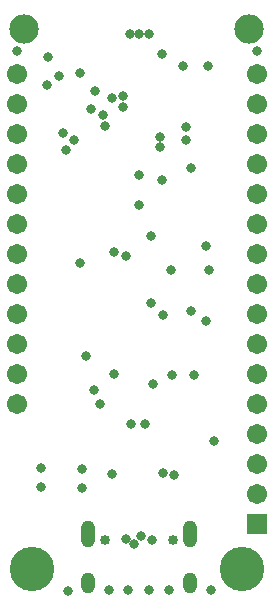
<source format=gbr>
%TF.GenerationSoftware,Altium Limited,Altium Designer,20.0.10 (225)*%
G04 Layer_Color=16711935*
%FSLAX26Y26*%
%MOIN*%
%TF.FileFunction,Soldermask,Bot*%
%TF.Part,Single*%
G01*
G75*
%TA.AperFunction,ComponentPad*%
%ADD53O,0.047370X0.070992*%
%ADD54O,0.047370X0.090677*%
%ADD55C,0.033591*%
%ADD56C,0.098000*%
%ADD57C,0.148000*%
%ADD58R,0.067370X0.067370*%
%ADD59C,0.067370*%
%TA.AperFunction,ViaPad*%
%ADD60C,0.031622*%
D53*
X835827Y246063D02*
D03*
X495669D02*
D03*
D54*
X835827Y410630D02*
D03*
X495669D02*
D03*
D55*
X779528Y389764D02*
D03*
X551968D02*
D03*
D56*
X1031756Y2095173D02*
D03*
X281756D02*
D03*
D57*
X306756Y295173D02*
D03*
X1006756D02*
D03*
D58*
X1056756Y445173D02*
D03*
D59*
Y545173D02*
D03*
Y645173D02*
D03*
Y745173D02*
D03*
Y845173D02*
D03*
Y945173D02*
D03*
Y1045173D02*
D03*
Y1145173D02*
D03*
Y1245173D02*
D03*
Y1345173D02*
D03*
Y1445173D02*
D03*
Y1545173D02*
D03*
Y1645173D02*
D03*
Y1745173D02*
D03*
Y1845173D02*
D03*
Y1945173D02*
D03*
X256756Y845173D02*
D03*
Y945173D02*
D03*
Y1045173D02*
D03*
Y1145173D02*
D03*
Y1245173D02*
D03*
Y1345173D02*
D03*
Y1445173D02*
D03*
Y1545173D02*
D03*
Y1645173D02*
D03*
Y1745173D02*
D03*
Y1845173D02*
D03*
Y1945173D02*
D03*
D60*
X649464Y375841D02*
D03*
X468491Y1948509D02*
D03*
X356496Y1908080D02*
D03*
X396851Y1937930D02*
D03*
X635000Y2077000D02*
D03*
X698408Y2077043D02*
D03*
X740705Y2011811D02*
D03*
X549987Y1768987D02*
D03*
X545685Y1807105D02*
D03*
X612953Y1869094D02*
D03*
X612952Y1835266D02*
D03*
X505899Y1828656D02*
D03*
X518701Y1886811D02*
D03*
X412599Y1745465D02*
D03*
X665355Y2076581D02*
D03*
X706504Y391961D02*
D03*
X621751Y393382D02*
D03*
X673000Y404000D02*
D03*
X516217Y891994D02*
D03*
X448819Y1724409D02*
D03*
X574207Y1864925D02*
D03*
X821662Y1724409D02*
D03*
X466541Y1313858D02*
D03*
X906056Y222737D02*
D03*
X427355Y221318D02*
D03*
X763442Y222737D02*
D03*
X697264D02*
D03*
X627058D02*
D03*
X563717D02*
D03*
X709832Y909216D02*
D03*
X488437Y1003940D02*
D03*
X703035Y1181259D02*
D03*
X914367Y722009D02*
D03*
X474877Y563201D02*
D03*
X475180Y627974D02*
D03*
X574803Y610587D02*
D03*
X781308Y605381D02*
D03*
X846890Y939967D02*
D03*
X773619D02*
D03*
X745705Y1140862D02*
D03*
X887893Y1121505D02*
D03*
X619729Y1338214D02*
D03*
X705168Y1404321D02*
D03*
X582677Y945173D02*
D03*
X534839Y844075D02*
D03*
X362598Y2000000D02*
D03*
X684451Y776971D02*
D03*
X637795D02*
D03*
X745811Y613838D02*
D03*
X582677Y1350173D02*
D03*
X665204Y1507429D02*
D03*
X740705Y1591088D02*
D03*
X837902Y1153662D02*
D03*
X899588Y1288846D02*
D03*
X337520Y565886D02*
D03*
Y629823D02*
D03*
X664134Y1606299D02*
D03*
X735792Y1701929D02*
D03*
X772329Y1291585D02*
D03*
X888977Y1369710D02*
D03*
X837902Y1631299D02*
D03*
X735792Y1732760D02*
D03*
X256756Y2021654D02*
D03*
X1056756Y2019685D02*
D03*
X895420Y1970473D02*
D03*
X821662Y1768618D02*
D03*
X422244Y1689961D02*
D03*
X812992Y1970473D02*
D03*
%TF.MD5,ebc865dac44397b888e0af83d25efe3c*%
M02*

</source>
